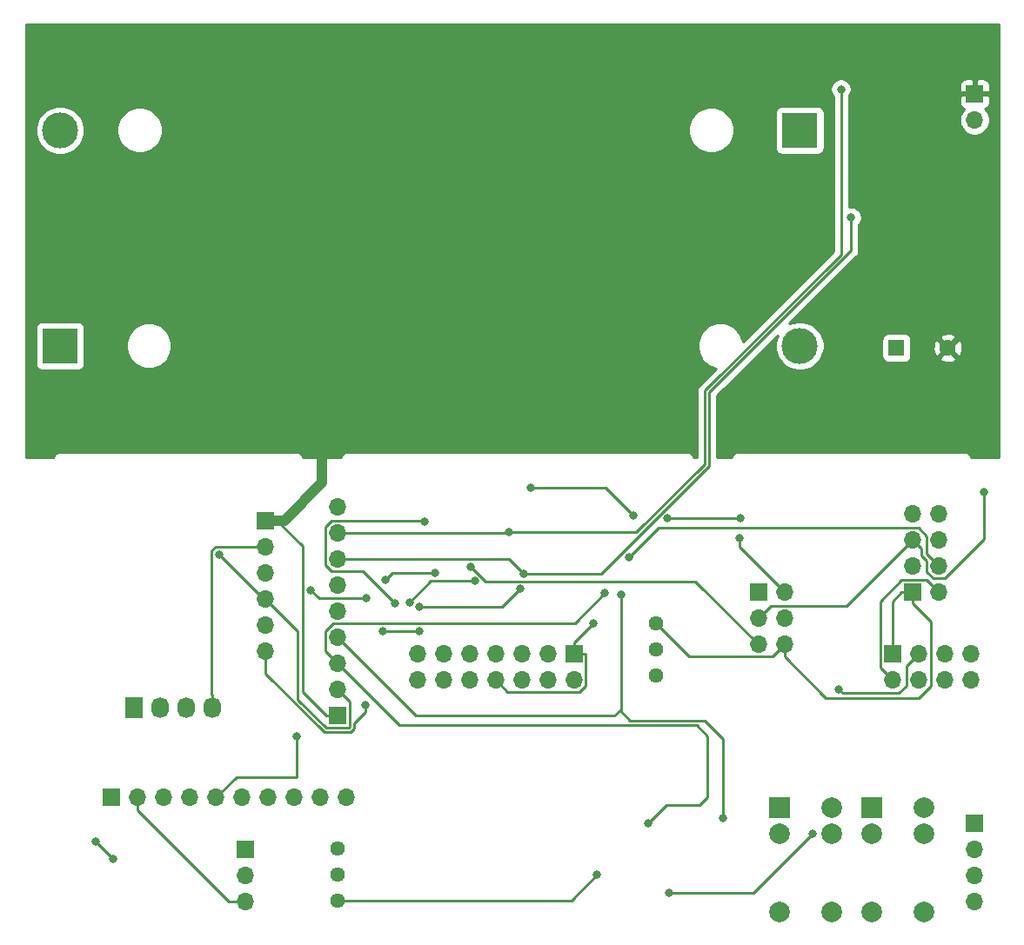
<source format=gbr>
G04 #@! TF.GenerationSoftware,KiCad,Pcbnew,5.1.5-1.fc30*
G04 #@! TF.CreationDate,2020-10-13T00:09:32+02:00*
G04 #@! TF.ProjectId,BeaconTemperature2,42656163-6f6e-4546-956d-706572617475,rev?*
G04 #@! TF.SameCoordinates,Original*
G04 #@! TF.FileFunction,Copper,L2,Bot*
G04 #@! TF.FilePolarity,Positive*
%FSLAX46Y46*%
G04 Gerber Fmt 4.6, Leading zero omitted, Abs format (unit mm)*
G04 Created by KiCad (PCBNEW 5.1.5-1.fc30) date 2020-10-13 00:09:32*
%MOMM*%
%LPD*%
G04 APERTURE LIST*
%ADD10O,1.700000X1.700000*%
%ADD11R,1.700000X1.700000*%
%ADD12C,1.440000*%
%ADD13R,3.500000X3.500000*%
%ADD14C,3.500000*%
%ADD15C,1.600000*%
%ADD16R,1.600000X1.600000*%
%ADD17C,2.000000*%
%ADD18R,2.000000X2.000000*%
%ADD19O,1.727200X2.032000*%
%ADD20R,1.727200X2.032000*%
%ADD21C,0.800000*%
%ADD22C,0.250000*%
%ADD23C,1.000000*%
%ADD24C,0.254000*%
G04 APERTURE END LIST*
D10*
X58860000Y-98000000D03*
X56320000Y-98000000D03*
X53780000Y-98000000D03*
X51240000Y-98000000D03*
X48700000Y-98000000D03*
X46160000Y-98000000D03*
X43620000Y-98000000D03*
X41080000Y-98000000D03*
X38540000Y-98000000D03*
D11*
X36000000Y-98000000D03*
D12*
X89000000Y-86080000D03*
X89000000Y-83540000D03*
X89000000Y-81000000D03*
D10*
X58000000Y-69680000D03*
X58000000Y-72220000D03*
X58000000Y-74760000D03*
X58000000Y-77300000D03*
X58000000Y-79840000D03*
X58000000Y-82380000D03*
X58000000Y-84920000D03*
X58000000Y-87460000D03*
D11*
X58000000Y-90000000D03*
D10*
X116540000Y-70380000D03*
X114000000Y-70380000D03*
X116540000Y-72920000D03*
X114000000Y-72920000D03*
X116540000Y-75460000D03*
X114000000Y-75460000D03*
X116540000Y-78000000D03*
D11*
X114000000Y-78000000D03*
D13*
X31000000Y-54000000D03*
D14*
X103000000Y-54000000D03*
D10*
X120000000Y-32000000D03*
D11*
X120000000Y-29460000D03*
D15*
X117400000Y-54200000D03*
D16*
X112400000Y-54200000D03*
D17*
X110000000Y-109160000D03*
X115080000Y-109160000D03*
X110000000Y-101540000D03*
D18*
X110000000Y-99000000D03*
D17*
X115080000Y-101540000D03*
X115080000Y-99000000D03*
X101000000Y-109160000D03*
X106080000Y-109160000D03*
X101000000Y-101540000D03*
D18*
X101000000Y-99000000D03*
D17*
X106080000Y-101540000D03*
X106080000Y-99000000D03*
D10*
X120000000Y-108080000D03*
X120000000Y-105540000D03*
X120000000Y-103000000D03*
D11*
X120000000Y-100460000D03*
D12*
X58000000Y-102920000D03*
X58000000Y-105460000D03*
X58000000Y-108000000D03*
D10*
X49000000Y-108080000D03*
X49000000Y-105540000D03*
D11*
X49000000Y-103000000D03*
D10*
X51000000Y-83700000D03*
X51000000Y-81160000D03*
X51000000Y-78620000D03*
X51000000Y-76080000D03*
X51000000Y-73540000D03*
D11*
X51000000Y-71000000D03*
D19*
X45810000Y-89250000D03*
X43270000Y-89250000D03*
X40730000Y-89250000D03*
D20*
X38190000Y-89250000D03*
D10*
X65760000Y-86540000D03*
X65760000Y-84000000D03*
X68300000Y-86540000D03*
X68300000Y-84000000D03*
X70840000Y-86540000D03*
X70840000Y-84000000D03*
X73380000Y-86540000D03*
X73380000Y-84000000D03*
X75920000Y-86540000D03*
X75920000Y-84000000D03*
X78460000Y-86540000D03*
X78460000Y-84000000D03*
X81000000Y-86540000D03*
D11*
X81000000Y-84000000D03*
D10*
X119620000Y-86540000D03*
X119620000Y-84000000D03*
X117080000Y-86540000D03*
X117080000Y-84000000D03*
X114540000Y-86540000D03*
X114540000Y-84000000D03*
X112000000Y-86540000D03*
D11*
X112000000Y-84000000D03*
D10*
X101540000Y-83080000D03*
X99000000Y-83080000D03*
X101540000Y-80540000D03*
X99000000Y-80540000D03*
X101540000Y-78000000D03*
D11*
X99000000Y-78000000D03*
D13*
X103000000Y-33000000D03*
D14*
X31000000Y-33000000D03*
D21*
X82900000Y-81000000D03*
X83250000Y-105500000D03*
X36200000Y-104000000D03*
X34500000Y-102300000D03*
X46500000Y-74300000D03*
X97100000Y-72700000D03*
X97200000Y-70800000D03*
X86800000Y-70500000D03*
X76800000Y-67800000D03*
X66000000Y-79400000D03*
X75800000Y-77650001D03*
X90105865Y-70805865D03*
X71000000Y-75500000D03*
X120900000Y-68200000D03*
X86400000Y-74600000D03*
X106800000Y-87440011D03*
X107000000Y-29000000D03*
X74678614Y-72160690D03*
X67500000Y-76125000D03*
X62700000Y-76800000D03*
X60800000Y-78600000D03*
X55400000Y-77800000D03*
X63600000Y-79100000D03*
X66500000Y-71100000D03*
X65000000Y-79000000D03*
X71374847Y-76900153D03*
X54000000Y-92000000D03*
X66000000Y-81800000D03*
X62400000Y-81800000D03*
X60750000Y-89000000D03*
X104250000Y-101500000D03*
X90250000Y-107250000D03*
X108000000Y-41500000D03*
X76100000Y-76200000D03*
X85600000Y-78200000D03*
X95500000Y-100000000D03*
X84000000Y-78100000D03*
X88250000Y-100500000D03*
D22*
X82175001Y-84075001D02*
X82100000Y-84000000D01*
X81564001Y-87715001D02*
X82175001Y-87104001D01*
X74555001Y-87715001D02*
X81564001Y-87715001D01*
X82175001Y-87104001D02*
X82175001Y-84075001D01*
X73380000Y-86540000D02*
X74555001Y-87715001D01*
X112900000Y-78000000D02*
X114000000Y-78000000D01*
X112000000Y-78900000D02*
X112900000Y-78000000D01*
X112000000Y-84000000D02*
X112000000Y-78900000D01*
X100364999Y-84255001D02*
X101540000Y-83080000D01*
X92255001Y-84255001D02*
X100364999Y-84255001D01*
X89000000Y-81000000D02*
X92255001Y-84255001D01*
X114000000Y-79100000D02*
X114000000Y-78000000D01*
X115715001Y-80815001D02*
X114000000Y-79100000D01*
X115715001Y-87104001D02*
X115715001Y-80815001D01*
X114528982Y-88290020D02*
X115715001Y-87104001D01*
X105547939Y-88290020D02*
X114528982Y-88290020D01*
X101540000Y-84282081D02*
X105547939Y-88290020D01*
X101540000Y-83080000D02*
X101540000Y-84282081D01*
X82100000Y-84000000D02*
X81000000Y-84000000D01*
X81000000Y-84000000D02*
X81000000Y-82900000D01*
X81000000Y-82900000D02*
X82900000Y-81000000D01*
D23*
X57920000Y-108080000D02*
X58000000Y-108000000D01*
D22*
X45810000Y-87984000D02*
X45810000Y-89250000D01*
X45774999Y-87948999D02*
X45810000Y-87984000D01*
X46186998Y-73540000D02*
X45774999Y-73951999D01*
X45774999Y-73951999D02*
X45774999Y-87948999D01*
X51000000Y-73540000D02*
X46186998Y-73540000D01*
X47417919Y-108080000D02*
X49000000Y-108080000D01*
X38540000Y-99202081D02*
X47417919Y-108080000D01*
X38540000Y-98000000D02*
X38540000Y-99202081D01*
X58000000Y-108000000D02*
X80750000Y-108000000D01*
X80750000Y-108000000D02*
X83250000Y-105500000D01*
X110824999Y-85364999D02*
X112000000Y-86540000D01*
X112889999Y-76824999D02*
X110824999Y-78889999D01*
X110824999Y-78889999D02*
X110824999Y-85364999D01*
X115364999Y-76824999D02*
X112889999Y-76824999D01*
X116540000Y-78000000D02*
X115364999Y-76824999D01*
X36200000Y-104000000D02*
X34500000Y-102300000D01*
X50820000Y-78620000D02*
X51000000Y-78620000D01*
X46500000Y-74300000D02*
X50820000Y-78620000D01*
X101540000Y-78000000D02*
X97100000Y-73560000D01*
X97100000Y-73560000D02*
X97100000Y-72700000D01*
X86800000Y-70500000D02*
X84100000Y-67800000D01*
X84100000Y-67800000D02*
X76800000Y-67800000D01*
X66000000Y-79400000D02*
X74050001Y-79400000D01*
X74050001Y-79400000D02*
X75800000Y-77650001D01*
X54149989Y-88434991D02*
X56889999Y-91175001D01*
X59175001Y-91110001D02*
X59175001Y-88635001D01*
X56889999Y-91175001D02*
X59110001Y-91175001D01*
X59110001Y-91175001D02*
X59175001Y-91110001D01*
X59175001Y-88635001D02*
X58000000Y-87460000D01*
X54149989Y-81769989D02*
X54149989Y-88434991D01*
X51000000Y-78620000D02*
X54149989Y-81769989D01*
X90111730Y-70800000D02*
X90105865Y-70805865D01*
X97200000Y-70800000D02*
X90111730Y-70800000D01*
X72425001Y-76925001D02*
X71000000Y-75500000D01*
X99000000Y-83080000D02*
X92845001Y-76925001D01*
X92845001Y-76925001D02*
X72425001Y-76925001D01*
X100175001Y-79364999D02*
X99000000Y-80540000D01*
X107555001Y-79364999D02*
X100175001Y-79364999D01*
X114000000Y-72920000D02*
X107555001Y-79364999D01*
X114849999Y-73769999D02*
X114000000Y-72920000D01*
X115364999Y-74921409D02*
X114849999Y-74406409D01*
X114849999Y-74406409D02*
X114849999Y-73769999D01*
X115364999Y-76024001D02*
X115364999Y-74921409D01*
X115975999Y-76635001D02*
X115364999Y-76024001D01*
X117104001Y-76635001D02*
X115975999Y-76635001D01*
X120900000Y-72839002D02*
X117104001Y-76635001D01*
X120900000Y-68200000D02*
X120900000Y-72839002D01*
X115364999Y-74284999D02*
X116540000Y-75460000D01*
X115364999Y-72545997D02*
X115364999Y-74284999D01*
X114564001Y-71744999D02*
X115364999Y-72545997D01*
X89255001Y-71744999D02*
X114564001Y-71744999D01*
X86400000Y-74600000D02*
X89255001Y-71744999D01*
X113364999Y-85175001D02*
X114540000Y-84000000D01*
X113364999Y-87104001D02*
X113364999Y-85175001D01*
X112628990Y-87840010D02*
X113364999Y-87104001D01*
X107199999Y-87840010D02*
X112628990Y-87840010D01*
X106800000Y-87440011D02*
X107199999Y-87840010D01*
X74619304Y-72220000D02*
X74678614Y-72160690D01*
X58000000Y-72220000D02*
X74619304Y-72220000D01*
X93750000Y-65500000D02*
X87089310Y-72160690D01*
X107000000Y-45104002D02*
X93750000Y-58354002D01*
X87089310Y-72160690D02*
X74678614Y-72160690D01*
X93750000Y-58354002D02*
X93750000Y-65500000D01*
X107000000Y-29000000D02*
X107000000Y-45104002D01*
X67500000Y-76125000D02*
X63375000Y-76125000D01*
X63375000Y-76125000D02*
X62700000Y-76800000D01*
X60800000Y-78600000D02*
X56200000Y-78600000D01*
X56200000Y-78600000D02*
X55400000Y-77800000D01*
X66444999Y-71044999D02*
X66500000Y-71100000D01*
X57435999Y-71044999D02*
X66444999Y-71044999D01*
X63600000Y-79100000D02*
X60435001Y-75935001D01*
X60435001Y-75935001D02*
X57435999Y-75935001D01*
X57435999Y-75935001D02*
X56824999Y-75324001D01*
X56824999Y-75324001D02*
X56824999Y-71655999D01*
X56824999Y-71655999D02*
X57435999Y-71044999D01*
X65000000Y-79000000D02*
X67099847Y-76900153D01*
X67099847Y-76900153D02*
X71374847Y-76900153D01*
X54600000Y-87700000D02*
X56900000Y-90000000D01*
X52100000Y-71000000D02*
X54600000Y-73500000D01*
X54600000Y-73500000D02*
X54600000Y-87700000D01*
X56900000Y-90000000D02*
X58000000Y-90000000D01*
X51000000Y-71000000D02*
X52100000Y-71000000D01*
D23*
X52850000Y-71000000D02*
X56500000Y-67350000D01*
X51000000Y-71000000D02*
X52850000Y-71000000D01*
X56500000Y-67350000D02*
X56500000Y-63000000D01*
D22*
X54000000Y-96000000D02*
X54000000Y-92000000D01*
X46160000Y-98000000D02*
X48160000Y-96000000D01*
X48160000Y-96000000D02*
X54000000Y-96000000D01*
X66000000Y-81800000D02*
X62400000Y-81800000D01*
X60750000Y-89621412D02*
X60750000Y-89000000D01*
X59625012Y-90746398D02*
X60750000Y-89621412D01*
X59625012Y-91296401D02*
X59625012Y-90746398D01*
X51000000Y-83700000D02*
X51000000Y-85921412D01*
X56703599Y-91625012D02*
X59296401Y-91625012D01*
X59296401Y-91625012D02*
X59625012Y-91296401D01*
X51000000Y-85921412D02*
X56703599Y-91625012D01*
X104250000Y-101500000D02*
X98500000Y-107250000D01*
X98500000Y-107250000D02*
X90250000Y-107250000D01*
X74660000Y-74760000D02*
X76100000Y-76200000D01*
X58000000Y-74760000D02*
X74660000Y-74760000D01*
X83686411Y-76200000D02*
X76100000Y-76200000D01*
X108000000Y-41500000D02*
X108000000Y-44740412D01*
X94200011Y-65686400D02*
X83686411Y-76200000D01*
X94200011Y-58540401D02*
X94200011Y-65686400D01*
X108000000Y-44740412D02*
X94200011Y-58540401D01*
X65645001Y-90025001D02*
X84949989Y-90025001D01*
X58000000Y-82380000D02*
X65645001Y-90025001D01*
X85600000Y-78200000D02*
X85600000Y-89374990D01*
X85500000Y-89500000D02*
X85600000Y-89374990D01*
X84949989Y-90025001D02*
X85500000Y-89500000D01*
X93750000Y-90500000D02*
X86500000Y-90500000D01*
X95500000Y-100000000D02*
X95500000Y-92250000D01*
X86500000Y-90500000D02*
X85500000Y-89500000D01*
X95500000Y-92250000D02*
X93750000Y-90500000D01*
X81084999Y-81015001D02*
X84000000Y-78100000D01*
X57625997Y-81015001D02*
X81084999Y-81015001D01*
X56824999Y-83744999D02*
X56824999Y-81815999D01*
X56824999Y-81815999D02*
X57625997Y-81015001D01*
X58000000Y-84920000D02*
X56824999Y-83744999D01*
X90000000Y-98750000D02*
X93250000Y-98750000D01*
X64030010Y-90950010D02*
X58000000Y-84920000D01*
X92950010Y-90950010D02*
X64030010Y-90950010D01*
X88250000Y-100500000D02*
X90000000Y-98750000D01*
X93250000Y-98750000D02*
X94000000Y-98000000D01*
X94000000Y-98000000D02*
X94000000Y-92000000D01*
X94000000Y-92000000D02*
X92950010Y-90950010D01*
D24*
G36*
X122340001Y-64873000D02*
G01*
X119650685Y-64873000D01*
X119650450Y-64870617D01*
X119612710Y-64746207D01*
X119551425Y-64631550D01*
X119468948Y-64531052D01*
X119368450Y-64448575D01*
X119253793Y-64387290D01*
X119129383Y-64349550D01*
X119032419Y-64340000D01*
X119000000Y-64336807D01*
X118967581Y-64340000D01*
X97032419Y-64340000D01*
X97000000Y-64336807D01*
X96967581Y-64340000D01*
X96870617Y-64349550D01*
X96746207Y-64387290D01*
X96631550Y-64448575D01*
X96531052Y-64531052D01*
X96448575Y-64631550D01*
X96387290Y-64746207D01*
X96349550Y-64870617D01*
X96349315Y-64873000D01*
X94960011Y-64873000D01*
X94960011Y-58855202D01*
X100845078Y-52970135D01*
X100706654Y-53304321D01*
X100615000Y-53765098D01*
X100615000Y-54234902D01*
X100706654Y-54695679D01*
X100886440Y-55129721D01*
X101147450Y-55520349D01*
X101479651Y-55852550D01*
X101870279Y-56113560D01*
X102304321Y-56293346D01*
X102765098Y-56385000D01*
X103234902Y-56385000D01*
X103695679Y-56293346D01*
X104129721Y-56113560D01*
X104520349Y-55852550D01*
X104852550Y-55520349D01*
X105113560Y-55129721D01*
X105293346Y-54695679D01*
X105385000Y-54234902D01*
X105385000Y-53765098D01*
X105312378Y-53400000D01*
X110961928Y-53400000D01*
X110961928Y-55000000D01*
X110974188Y-55124482D01*
X111010498Y-55244180D01*
X111069463Y-55354494D01*
X111148815Y-55451185D01*
X111245506Y-55530537D01*
X111355820Y-55589502D01*
X111475518Y-55625812D01*
X111600000Y-55638072D01*
X113200000Y-55638072D01*
X113324482Y-55625812D01*
X113444180Y-55589502D01*
X113554494Y-55530537D01*
X113651185Y-55451185D01*
X113730537Y-55354494D01*
X113789502Y-55244180D01*
X113805117Y-55192702D01*
X116586903Y-55192702D01*
X116658486Y-55436671D01*
X116913996Y-55557571D01*
X117188184Y-55626300D01*
X117470512Y-55640217D01*
X117750130Y-55598787D01*
X118016292Y-55503603D01*
X118141514Y-55436671D01*
X118213097Y-55192702D01*
X117400000Y-54379605D01*
X116586903Y-55192702D01*
X113805117Y-55192702D01*
X113825812Y-55124482D01*
X113838072Y-55000000D01*
X113838072Y-54270512D01*
X115959783Y-54270512D01*
X116001213Y-54550130D01*
X116096397Y-54816292D01*
X116163329Y-54941514D01*
X116407298Y-55013097D01*
X117220395Y-54200000D01*
X117579605Y-54200000D01*
X118392702Y-55013097D01*
X118636671Y-54941514D01*
X118757571Y-54686004D01*
X118826300Y-54411816D01*
X118840217Y-54129488D01*
X118798787Y-53849870D01*
X118703603Y-53583708D01*
X118636671Y-53458486D01*
X118392702Y-53386903D01*
X117579605Y-54200000D01*
X117220395Y-54200000D01*
X116407298Y-53386903D01*
X116163329Y-53458486D01*
X116042429Y-53713996D01*
X115973700Y-53988184D01*
X115959783Y-54270512D01*
X113838072Y-54270512D01*
X113838072Y-53400000D01*
X113825812Y-53275518D01*
X113805118Y-53207298D01*
X116586903Y-53207298D01*
X117400000Y-54020395D01*
X118213097Y-53207298D01*
X118141514Y-52963329D01*
X117886004Y-52842429D01*
X117611816Y-52773700D01*
X117329488Y-52759783D01*
X117049870Y-52801213D01*
X116783708Y-52896397D01*
X116658486Y-52963329D01*
X116586903Y-53207298D01*
X113805118Y-53207298D01*
X113789502Y-53155820D01*
X113730537Y-53045506D01*
X113651185Y-52948815D01*
X113554494Y-52869463D01*
X113444180Y-52810498D01*
X113324482Y-52774188D01*
X113200000Y-52761928D01*
X111600000Y-52761928D01*
X111475518Y-52774188D01*
X111355820Y-52810498D01*
X111245506Y-52869463D01*
X111148815Y-52948815D01*
X111069463Y-53045506D01*
X111010498Y-53155820D01*
X110974188Y-53275518D01*
X110961928Y-53400000D01*
X105312378Y-53400000D01*
X105293346Y-53304321D01*
X105113560Y-52870279D01*
X104852550Y-52479651D01*
X104520349Y-52147450D01*
X104129721Y-51886440D01*
X103695679Y-51706654D01*
X103234902Y-51615000D01*
X102765098Y-51615000D01*
X102304321Y-51706654D01*
X101970135Y-51845078D01*
X108511003Y-45304211D01*
X108540001Y-45280413D01*
X108634974Y-45164688D01*
X108705546Y-45032659D01*
X108749003Y-44889398D01*
X108760000Y-44777745D01*
X108763677Y-44740412D01*
X108760000Y-44703079D01*
X108760000Y-42203711D01*
X108803937Y-42159774D01*
X108917205Y-41990256D01*
X108995226Y-41801898D01*
X109035000Y-41601939D01*
X109035000Y-41398061D01*
X108995226Y-41198102D01*
X108917205Y-41009744D01*
X108803937Y-40840226D01*
X108659774Y-40696063D01*
X108490256Y-40582795D01*
X108301898Y-40504774D01*
X108101939Y-40465000D01*
X107898061Y-40465000D01*
X107760000Y-40492462D01*
X107760000Y-30310000D01*
X118511928Y-30310000D01*
X118524188Y-30434482D01*
X118560498Y-30554180D01*
X118619463Y-30664494D01*
X118698815Y-30761185D01*
X118795506Y-30840537D01*
X118905820Y-30899502D01*
X118978380Y-30921513D01*
X118846525Y-31053368D01*
X118684010Y-31296589D01*
X118572068Y-31566842D01*
X118515000Y-31853740D01*
X118515000Y-32146260D01*
X118572068Y-32433158D01*
X118684010Y-32703411D01*
X118846525Y-32946632D01*
X119053368Y-33153475D01*
X119296589Y-33315990D01*
X119566842Y-33427932D01*
X119853740Y-33485000D01*
X120146260Y-33485000D01*
X120433158Y-33427932D01*
X120703411Y-33315990D01*
X120946632Y-33153475D01*
X121153475Y-32946632D01*
X121315990Y-32703411D01*
X121427932Y-32433158D01*
X121485000Y-32146260D01*
X121485000Y-31853740D01*
X121427932Y-31566842D01*
X121315990Y-31296589D01*
X121153475Y-31053368D01*
X121021620Y-30921513D01*
X121094180Y-30899502D01*
X121204494Y-30840537D01*
X121301185Y-30761185D01*
X121380537Y-30664494D01*
X121439502Y-30554180D01*
X121475812Y-30434482D01*
X121488072Y-30310000D01*
X121485000Y-29745750D01*
X121326250Y-29587000D01*
X120127000Y-29587000D01*
X120127000Y-29607000D01*
X119873000Y-29607000D01*
X119873000Y-29587000D01*
X118673750Y-29587000D01*
X118515000Y-29745750D01*
X118511928Y-30310000D01*
X107760000Y-30310000D01*
X107760000Y-29703711D01*
X107803937Y-29659774D01*
X107917205Y-29490256D01*
X107995226Y-29301898D01*
X108035000Y-29101939D01*
X108035000Y-28898061D01*
X107995226Y-28698102D01*
X107958733Y-28610000D01*
X118511928Y-28610000D01*
X118515000Y-29174250D01*
X118673750Y-29333000D01*
X119873000Y-29333000D01*
X119873000Y-28133750D01*
X120127000Y-28133750D01*
X120127000Y-29333000D01*
X121326250Y-29333000D01*
X121485000Y-29174250D01*
X121488072Y-28610000D01*
X121475812Y-28485518D01*
X121439502Y-28365820D01*
X121380537Y-28255506D01*
X121301185Y-28158815D01*
X121204494Y-28079463D01*
X121094180Y-28020498D01*
X120974482Y-27984188D01*
X120850000Y-27971928D01*
X120285750Y-27975000D01*
X120127000Y-28133750D01*
X119873000Y-28133750D01*
X119714250Y-27975000D01*
X119150000Y-27971928D01*
X119025518Y-27984188D01*
X118905820Y-28020498D01*
X118795506Y-28079463D01*
X118698815Y-28158815D01*
X118619463Y-28255506D01*
X118560498Y-28365820D01*
X118524188Y-28485518D01*
X118511928Y-28610000D01*
X107958733Y-28610000D01*
X107917205Y-28509744D01*
X107803937Y-28340226D01*
X107659774Y-28196063D01*
X107490256Y-28082795D01*
X107301898Y-28004774D01*
X107101939Y-27965000D01*
X106898061Y-27965000D01*
X106698102Y-28004774D01*
X106509744Y-28082795D01*
X106340226Y-28196063D01*
X106196063Y-28340226D01*
X106082795Y-28509744D01*
X106004774Y-28698102D01*
X105965000Y-28898061D01*
X105965000Y-29101939D01*
X106004774Y-29301898D01*
X106082795Y-29490256D01*
X106196063Y-29659774D01*
X106240000Y-29703711D01*
X106240001Y-44789199D01*
X97450070Y-53579131D01*
X97404110Y-53348075D01*
X97235631Y-52941331D01*
X96991038Y-52575271D01*
X96679729Y-52263962D01*
X96313669Y-52019369D01*
X95906925Y-51850890D01*
X95475128Y-51765000D01*
X95034872Y-51765000D01*
X94603075Y-51850890D01*
X94196331Y-52019369D01*
X93830271Y-52263962D01*
X93518962Y-52575271D01*
X93274369Y-52941331D01*
X93105890Y-53348075D01*
X93020000Y-53779872D01*
X93020000Y-54220128D01*
X93105890Y-54651925D01*
X93274369Y-55058669D01*
X93518962Y-55424729D01*
X93830271Y-55736038D01*
X94196331Y-55980631D01*
X94603075Y-56149110D01*
X94834131Y-56195070D01*
X93239003Y-57790198D01*
X93209999Y-57814001D01*
X93154871Y-57881176D01*
X93115026Y-57929726D01*
X93077250Y-58000400D01*
X93044454Y-58061756D01*
X93000997Y-58205017D01*
X92990000Y-58316670D01*
X92990000Y-58316680D01*
X92986324Y-58354002D01*
X92990000Y-58391325D01*
X92990001Y-64873000D01*
X92650685Y-64873000D01*
X92650450Y-64870617D01*
X92612710Y-64746207D01*
X92551425Y-64631550D01*
X92468948Y-64531052D01*
X92368450Y-64448575D01*
X92253793Y-64387290D01*
X92129383Y-64349550D01*
X92032419Y-64340000D01*
X92000000Y-64336807D01*
X91967581Y-64340000D01*
X59032419Y-64340000D01*
X59000000Y-64336807D01*
X58967581Y-64340000D01*
X58870617Y-64349550D01*
X58746207Y-64387290D01*
X58631550Y-64448575D01*
X58531052Y-64531052D01*
X58448575Y-64631550D01*
X58387290Y-64746207D01*
X58349550Y-64870617D01*
X58349315Y-64873000D01*
X54650685Y-64873000D01*
X54650450Y-64870617D01*
X54612710Y-64746207D01*
X54551425Y-64631550D01*
X54468948Y-64531052D01*
X54368450Y-64448575D01*
X54253793Y-64387290D01*
X54129383Y-64349550D01*
X54032419Y-64340000D01*
X54000000Y-64336807D01*
X53967581Y-64340000D01*
X31032419Y-64340000D01*
X31000000Y-64336807D01*
X30967581Y-64340000D01*
X30870617Y-64349550D01*
X30746207Y-64387290D01*
X30631550Y-64448575D01*
X30531052Y-64531052D01*
X30448575Y-64631550D01*
X30387290Y-64746207D01*
X30349550Y-64870617D01*
X30349315Y-64873000D01*
X27660000Y-64873000D01*
X27660000Y-52250000D01*
X28611928Y-52250000D01*
X28611928Y-55750000D01*
X28624188Y-55874482D01*
X28660498Y-55994180D01*
X28719463Y-56104494D01*
X28798815Y-56201185D01*
X28895506Y-56280537D01*
X29005820Y-56339502D01*
X29125518Y-56375812D01*
X29250000Y-56388072D01*
X32750000Y-56388072D01*
X32874482Y-56375812D01*
X32994180Y-56339502D01*
X33104494Y-56280537D01*
X33201185Y-56201185D01*
X33280537Y-56104494D01*
X33339502Y-55994180D01*
X33375812Y-55874482D01*
X33388072Y-55750000D01*
X33388072Y-53779872D01*
X37410000Y-53779872D01*
X37410000Y-54220128D01*
X37495890Y-54651925D01*
X37664369Y-55058669D01*
X37908962Y-55424729D01*
X38220271Y-55736038D01*
X38586331Y-55980631D01*
X38993075Y-56149110D01*
X39424872Y-56235000D01*
X39865128Y-56235000D01*
X40296925Y-56149110D01*
X40703669Y-55980631D01*
X41069729Y-55736038D01*
X41381038Y-55424729D01*
X41625631Y-55058669D01*
X41794110Y-54651925D01*
X41880000Y-54220128D01*
X41880000Y-53779872D01*
X41794110Y-53348075D01*
X41625631Y-52941331D01*
X41381038Y-52575271D01*
X41069729Y-52263962D01*
X40703669Y-52019369D01*
X40296925Y-51850890D01*
X39865128Y-51765000D01*
X39424872Y-51765000D01*
X38993075Y-51850890D01*
X38586331Y-52019369D01*
X38220271Y-52263962D01*
X37908962Y-52575271D01*
X37664369Y-52941331D01*
X37495890Y-53348075D01*
X37410000Y-53779872D01*
X33388072Y-53779872D01*
X33388072Y-52250000D01*
X33375812Y-52125518D01*
X33339502Y-52005820D01*
X33280537Y-51895506D01*
X33201185Y-51798815D01*
X33104494Y-51719463D01*
X32994180Y-51660498D01*
X32874482Y-51624188D01*
X32750000Y-51611928D01*
X29250000Y-51611928D01*
X29125518Y-51624188D01*
X29005820Y-51660498D01*
X28895506Y-51719463D01*
X28798815Y-51798815D01*
X28719463Y-51895506D01*
X28660498Y-52005820D01*
X28624188Y-52125518D01*
X28611928Y-52250000D01*
X27660000Y-52250000D01*
X27660000Y-32765098D01*
X28615000Y-32765098D01*
X28615000Y-33234902D01*
X28706654Y-33695679D01*
X28886440Y-34129721D01*
X29147450Y-34520349D01*
X29479651Y-34852550D01*
X29870279Y-35113560D01*
X30304321Y-35293346D01*
X30765098Y-35385000D01*
X31234902Y-35385000D01*
X31695679Y-35293346D01*
X32129721Y-35113560D01*
X32520349Y-34852550D01*
X32852550Y-34520349D01*
X33113560Y-34129721D01*
X33293346Y-33695679D01*
X33385000Y-33234902D01*
X33385000Y-32779872D01*
X36510000Y-32779872D01*
X36510000Y-33220128D01*
X36595890Y-33651925D01*
X36764369Y-34058669D01*
X37008962Y-34424729D01*
X37320271Y-34736038D01*
X37686331Y-34980631D01*
X38093075Y-35149110D01*
X38524872Y-35235000D01*
X38965128Y-35235000D01*
X39396925Y-35149110D01*
X39803669Y-34980631D01*
X40169729Y-34736038D01*
X40481038Y-34424729D01*
X40725631Y-34058669D01*
X40894110Y-33651925D01*
X40980000Y-33220128D01*
X40980000Y-32779872D01*
X92120000Y-32779872D01*
X92120000Y-33220128D01*
X92205890Y-33651925D01*
X92374369Y-34058669D01*
X92618962Y-34424729D01*
X92930271Y-34736038D01*
X93296331Y-34980631D01*
X93703075Y-35149110D01*
X94134872Y-35235000D01*
X94575128Y-35235000D01*
X95006925Y-35149110D01*
X95413669Y-34980631D01*
X95779729Y-34736038D01*
X96091038Y-34424729D01*
X96335631Y-34058669D01*
X96504110Y-33651925D01*
X96590000Y-33220128D01*
X96590000Y-32779872D01*
X96504110Y-32348075D01*
X96335631Y-31941331D01*
X96091038Y-31575271D01*
X95779729Y-31263962D01*
X95758834Y-31250000D01*
X100611928Y-31250000D01*
X100611928Y-34750000D01*
X100624188Y-34874482D01*
X100660498Y-34994180D01*
X100719463Y-35104494D01*
X100798815Y-35201185D01*
X100895506Y-35280537D01*
X101005820Y-35339502D01*
X101125518Y-35375812D01*
X101250000Y-35388072D01*
X104750000Y-35388072D01*
X104874482Y-35375812D01*
X104994180Y-35339502D01*
X105104494Y-35280537D01*
X105201185Y-35201185D01*
X105280537Y-35104494D01*
X105339502Y-34994180D01*
X105375812Y-34874482D01*
X105388072Y-34750000D01*
X105388072Y-31250000D01*
X105375812Y-31125518D01*
X105339502Y-31005820D01*
X105280537Y-30895506D01*
X105201185Y-30798815D01*
X105104494Y-30719463D01*
X104994180Y-30660498D01*
X104874482Y-30624188D01*
X104750000Y-30611928D01*
X101250000Y-30611928D01*
X101125518Y-30624188D01*
X101005820Y-30660498D01*
X100895506Y-30719463D01*
X100798815Y-30798815D01*
X100719463Y-30895506D01*
X100660498Y-31005820D01*
X100624188Y-31125518D01*
X100611928Y-31250000D01*
X95758834Y-31250000D01*
X95413669Y-31019369D01*
X95006925Y-30850890D01*
X94575128Y-30765000D01*
X94134872Y-30765000D01*
X93703075Y-30850890D01*
X93296331Y-31019369D01*
X92930271Y-31263962D01*
X92618962Y-31575271D01*
X92374369Y-31941331D01*
X92205890Y-32348075D01*
X92120000Y-32779872D01*
X40980000Y-32779872D01*
X40894110Y-32348075D01*
X40725631Y-31941331D01*
X40481038Y-31575271D01*
X40169729Y-31263962D01*
X39803669Y-31019369D01*
X39396925Y-30850890D01*
X38965128Y-30765000D01*
X38524872Y-30765000D01*
X38093075Y-30850890D01*
X37686331Y-31019369D01*
X37320271Y-31263962D01*
X37008962Y-31575271D01*
X36764369Y-31941331D01*
X36595890Y-32348075D01*
X36510000Y-32779872D01*
X33385000Y-32779872D01*
X33385000Y-32765098D01*
X33293346Y-32304321D01*
X33113560Y-31870279D01*
X32852550Y-31479651D01*
X32520349Y-31147450D01*
X32129721Y-30886440D01*
X31695679Y-30706654D01*
X31234902Y-30615000D01*
X30765098Y-30615000D01*
X30304321Y-30706654D01*
X29870279Y-30886440D01*
X29479651Y-31147450D01*
X29147450Y-31479651D01*
X28886440Y-31870279D01*
X28706654Y-32304321D01*
X28615000Y-32765098D01*
X27660000Y-32765098D01*
X27660000Y-22660000D01*
X122340000Y-22660000D01*
X122340001Y-64873000D01*
G37*
X122340001Y-64873000D02*
X119650685Y-64873000D01*
X119650450Y-64870617D01*
X119612710Y-64746207D01*
X119551425Y-64631550D01*
X119468948Y-64531052D01*
X119368450Y-64448575D01*
X119253793Y-64387290D01*
X119129383Y-64349550D01*
X119032419Y-64340000D01*
X119000000Y-64336807D01*
X118967581Y-64340000D01*
X97032419Y-64340000D01*
X97000000Y-64336807D01*
X96967581Y-64340000D01*
X96870617Y-64349550D01*
X96746207Y-64387290D01*
X96631550Y-64448575D01*
X96531052Y-64531052D01*
X96448575Y-64631550D01*
X96387290Y-64746207D01*
X96349550Y-64870617D01*
X96349315Y-64873000D01*
X94960011Y-64873000D01*
X94960011Y-58855202D01*
X100845078Y-52970135D01*
X100706654Y-53304321D01*
X100615000Y-53765098D01*
X100615000Y-54234902D01*
X100706654Y-54695679D01*
X100886440Y-55129721D01*
X101147450Y-55520349D01*
X101479651Y-55852550D01*
X101870279Y-56113560D01*
X102304321Y-56293346D01*
X102765098Y-56385000D01*
X103234902Y-56385000D01*
X103695679Y-56293346D01*
X104129721Y-56113560D01*
X104520349Y-55852550D01*
X104852550Y-55520349D01*
X105113560Y-55129721D01*
X105293346Y-54695679D01*
X105385000Y-54234902D01*
X105385000Y-53765098D01*
X105312378Y-53400000D01*
X110961928Y-53400000D01*
X110961928Y-55000000D01*
X110974188Y-55124482D01*
X111010498Y-55244180D01*
X111069463Y-55354494D01*
X111148815Y-55451185D01*
X111245506Y-55530537D01*
X111355820Y-55589502D01*
X111475518Y-55625812D01*
X111600000Y-55638072D01*
X113200000Y-55638072D01*
X113324482Y-55625812D01*
X113444180Y-55589502D01*
X113554494Y-55530537D01*
X113651185Y-55451185D01*
X113730537Y-55354494D01*
X113789502Y-55244180D01*
X113805117Y-55192702D01*
X116586903Y-55192702D01*
X116658486Y-55436671D01*
X116913996Y-55557571D01*
X117188184Y-55626300D01*
X117470512Y-55640217D01*
X117750130Y-55598787D01*
X118016292Y-55503603D01*
X118141514Y-55436671D01*
X118213097Y-55192702D01*
X117400000Y-54379605D01*
X116586903Y-55192702D01*
X113805117Y-55192702D01*
X113825812Y-55124482D01*
X113838072Y-55000000D01*
X113838072Y-54270512D01*
X115959783Y-54270512D01*
X116001213Y-54550130D01*
X116096397Y-54816292D01*
X116163329Y-54941514D01*
X116407298Y-55013097D01*
X117220395Y-54200000D01*
X117579605Y-54200000D01*
X118392702Y-55013097D01*
X118636671Y-54941514D01*
X118757571Y-54686004D01*
X118826300Y-54411816D01*
X118840217Y-54129488D01*
X118798787Y-53849870D01*
X118703603Y-53583708D01*
X118636671Y-53458486D01*
X118392702Y-53386903D01*
X117579605Y-54200000D01*
X117220395Y-54200000D01*
X116407298Y-53386903D01*
X116163329Y-53458486D01*
X116042429Y-53713996D01*
X115973700Y-53988184D01*
X115959783Y-54270512D01*
X113838072Y-54270512D01*
X113838072Y-53400000D01*
X113825812Y-53275518D01*
X113805118Y-53207298D01*
X116586903Y-53207298D01*
X117400000Y-54020395D01*
X118213097Y-53207298D01*
X118141514Y-52963329D01*
X117886004Y-52842429D01*
X117611816Y-52773700D01*
X117329488Y-52759783D01*
X117049870Y-52801213D01*
X116783708Y-52896397D01*
X116658486Y-52963329D01*
X116586903Y-53207298D01*
X113805118Y-53207298D01*
X113789502Y-53155820D01*
X113730537Y-53045506D01*
X113651185Y-52948815D01*
X113554494Y-52869463D01*
X113444180Y-52810498D01*
X113324482Y-52774188D01*
X113200000Y-52761928D01*
X111600000Y-52761928D01*
X111475518Y-52774188D01*
X111355820Y-52810498D01*
X111245506Y-52869463D01*
X111148815Y-52948815D01*
X111069463Y-53045506D01*
X111010498Y-53155820D01*
X110974188Y-53275518D01*
X110961928Y-53400000D01*
X105312378Y-53400000D01*
X105293346Y-53304321D01*
X105113560Y-52870279D01*
X104852550Y-52479651D01*
X104520349Y-52147450D01*
X104129721Y-51886440D01*
X103695679Y-51706654D01*
X103234902Y-51615000D01*
X102765098Y-51615000D01*
X102304321Y-51706654D01*
X101970135Y-51845078D01*
X108511003Y-45304211D01*
X108540001Y-45280413D01*
X108634974Y-45164688D01*
X108705546Y-45032659D01*
X108749003Y-44889398D01*
X108760000Y-44777745D01*
X108763677Y-44740412D01*
X108760000Y-44703079D01*
X108760000Y-42203711D01*
X108803937Y-42159774D01*
X108917205Y-41990256D01*
X108995226Y-41801898D01*
X109035000Y-41601939D01*
X109035000Y-41398061D01*
X108995226Y-41198102D01*
X108917205Y-41009744D01*
X108803937Y-40840226D01*
X108659774Y-40696063D01*
X108490256Y-40582795D01*
X108301898Y-40504774D01*
X108101939Y-40465000D01*
X107898061Y-40465000D01*
X107760000Y-40492462D01*
X107760000Y-30310000D01*
X118511928Y-30310000D01*
X118524188Y-30434482D01*
X118560498Y-30554180D01*
X118619463Y-30664494D01*
X118698815Y-30761185D01*
X118795506Y-30840537D01*
X118905820Y-30899502D01*
X118978380Y-30921513D01*
X118846525Y-31053368D01*
X118684010Y-31296589D01*
X118572068Y-31566842D01*
X118515000Y-31853740D01*
X118515000Y-32146260D01*
X118572068Y-32433158D01*
X118684010Y-32703411D01*
X118846525Y-32946632D01*
X119053368Y-33153475D01*
X119296589Y-33315990D01*
X119566842Y-33427932D01*
X119853740Y-33485000D01*
X120146260Y-33485000D01*
X120433158Y-33427932D01*
X120703411Y-33315990D01*
X120946632Y-33153475D01*
X121153475Y-32946632D01*
X121315990Y-32703411D01*
X121427932Y-32433158D01*
X121485000Y-32146260D01*
X121485000Y-31853740D01*
X121427932Y-31566842D01*
X121315990Y-31296589D01*
X121153475Y-31053368D01*
X121021620Y-30921513D01*
X121094180Y-30899502D01*
X121204494Y-30840537D01*
X121301185Y-30761185D01*
X121380537Y-30664494D01*
X121439502Y-30554180D01*
X121475812Y-30434482D01*
X121488072Y-30310000D01*
X121485000Y-29745750D01*
X121326250Y-29587000D01*
X120127000Y-29587000D01*
X120127000Y-29607000D01*
X119873000Y-29607000D01*
X119873000Y-29587000D01*
X118673750Y-29587000D01*
X118515000Y-29745750D01*
X118511928Y-30310000D01*
X107760000Y-30310000D01*
X107760000Y-29703711D01*
X107803937Y-29659774D01*
X107917205Y-29490256D01*
X107995226Y-29301898D01*
X108035000Y-29101939D01*
X108035000Y-28898061D01*
X107995226Y-28698102D01*
X107958733Y-28610000D01*
X118511928Y-28610000D01*
X118515000Y-29174250D01*
X118673750Y-29333000D01*
X119873000Y-29333000D01*
X119873000Y-28133750D01*
X120127000Y-28133750D01*
X120127000Y-29333000D01*
X121326250Y-29333000D01*
X121485000Y-29174250D01*
X121488072Y-28610000D01*
X121475812Y-28485518D01*
X121439502Y-28365820D01*
X121380537Y-28255506D01*
X121301185Y-28158815D01*
X121204494Y-28079463D01*
X121094180Y-28020498D01*
X120974482Y-27984188D01*
X120850000Y-27971928D01*
X120285750Y-27975000D01*
X120127000Y-28133750D01*
X119873000Y-28133750D01*
X119714250Y-27975000D01*
X119150000Y-27971928D01*
X119025518Y-27984188D01*
X118905820Y-28020498D01*
X118795506Y-28079463D01*
X118698815Y-28158815D01*
X118619463Y-28255506D01*
X118560498Y-28365820D01*
X118524188Y-28485518D01*
X118511928Y-28610000D01*
X107958733Y-28610000D01*
X107917205Y-28509744D01*
X107803937Y-28340226D01*
X107659774Y-28196063D01*
X107490256Y-28082795D01*
X107301898Y-28004774D01*
X107101939Y-27965000D01*
X106898061Y-27965000D01*
X106698102Y-28004774D01*
X106509744Y-28082795D01*
X106340226Y-28196063D01*
X106196063Y-28340226D01*
X106082795Y-28509744D01*
X106004774Y-28698102D01*
X105965000Y-28898061D01*
X105965000Y-29101939D01*
X106004774Y-29301898D01*
X106082795Y-29490256D01*
X106196063Y-29659774D01*
X106240000Y-29703711D01*
X106240001Y-44789199D01*
X97450070Y-53579131D01*
X97404110Y-53348075D01*
X97235631Y-52941331D01*
X96991038Y-52575271D01*
X96679729Y-52263962D01*
X96313669Y-52019369D01*
X95906925Y-51850890D01*
X95475128Y-51765000D01*
X95034872Y-51765000D01*
X94603075Y-51850890D01*
X94196331Y-52019369D01*
X93830271Y-52263962D01*
X93518962Y-52575271D01*
X93274369Y-52941331D01*
X93105890Y-53348075D01*
X93020000Y-53779872D01*
X93020000Y-54220128D01*
X93105890Y-54651925D01*
X93274369Y-55058669D01*
X93518962Y-55424729D01*
X93830271Y-55736038D01*
X94196331Y-55980631D01*
X94603075Y-56149110D01*
X94834131Y-56195070D01*
X93239003Y-57790198D01*
X93209999Y-57814001D01*
X93154871Y-57881176D01*
X93115026Y-57929726D01*
X93077250Y-58000400D01*
X93044454Y-58061756D01*
X93000997Y-58205017D01*
X92990000Y-58316670D01*
X92990000Y-58316680D01*
X92986324Y-58354002D01*
X92990000Y-58391325D01*
X92990001Y-64873000D01*
X92650685Y-64873000D01*
X92650450Y-64870617D01*
X92612710Y-64746207D01*
X92551425Y-64631550D01*
X92468948Y-64531052D01*
X92368450Y-64448575D01*
X92253793Y-64387290D01*
X92129383Y-64349550D01*
X92032419Y-64340000D01*
X92000000Y-64336807D01*
X91967581Y-64340000D01*
X59032419Y-64340000D01*
X59000000Y-64336807D01*
X58967581Y-64340000D01*
X58870617Y-64349550D01*
X58746207Y-64387290D01*
X58631550Y-64448575D01*
X58531052Y-64531052D01*
X58448575Y-64631550D01*
X58387290Y-64746207D01*
X58349550Y-64870617D01*
X58349315Y-64873000D01*
X54650685Y-64873000D01*
X54650450Y-64870617D01*
X54612710Y-64746207D01*
X54551425Y-64631550D01*
X54468948Y-64531052D01*
X54368450Y-64448575D01*
X54253793Y-64387290D01*
X54129383Y-64349550D01*
X54032419Y-64340000D01*
X54000000Y-64336807D01*
X53967581Y-64340000D01*
X31032419Y-64340000D01*
X31000000Y-64336807D01*
X30967581Y-64340000D01*
X30870617Y-64349550D01*
X30746207Y-64387290D01*
X30631550Y-64448575D01*
X30531052Y-64531052D01*
X30448575Y-64631550D01*
X30387290Y-64746207D01*
X30349550Y-64870617D01*
X30349315Y-64873000D01*
X27660000Y-64873000D01*
X27660000Y-52250000D01*
X28611928Y-52250000D01*
X28611928Y-55750000D01*
X28624188Y-55874482D01*
X28660498Y-55994180D01*
X28719463Y-56104494D01*
X28798815Y-56201185D01*
X28895506Y-56280537D01*
X29005820Y-56339502D01*
X29125518Y-56375812D01*
X29250000Y-56388072D01*
X32750000Y-56388072D01*
X32874482Y-56375812D01*
X32994180Y-56339502D01*
X33104494Y-56280537D01*
X33201185Y-56201185D01*
X33280537Y-56104494D01*
X33339502Y-55994180D01*
X33375812Y-55874482D01*
X33388072Y-55750000D01*
X33388072Y-53779872D01*
X37410000Y-53779872D01*
X37410000Y-54220128D01*
X37495890Y-54651925D01*
X37664369Y-55058669D01*
X37908962Y-55424729D01*
X38220271Y-55736038D01*
X38586331Y-55980631D01*
X38993075Y-56149110D01*
X39424872Y-56235000D01*
X39865128Y-56235000D01*
X40296925Y-56149110D01*
X40703669Y-55980631D01*
X41069729Y-55736038D01*
X41381038Y-55424729D01*
X41625631Y-55058669D01*
X41794110Y-54651925D01*
X41880000Y-54220128D01*
X41880000Y-53779872D01*
X41794110Y-53348075D01*
X41625631Y-52941331D01*
X41381038Y-52575271D01*
X41069729Y-52263962D01*
X40703669Y-52019369D01*
X40296925Y-51850890D01*
X39865128Y-51765000D01*
X39424872Y-51765000D01*
X38993075Y-51850890D01*
X38586331Y-52019369D01*
X38220271Y-52263962D01*
X37908962Y-52575271D01*
X37664369Y-52941331D01*
X37495890Y-53348075D01*
X37410000Y-53779872D01*
X33388072Y-53779872D01*
X33388072Y-52250000D01*
X33375812Y-52125518D01*
X33339502Y-52005820D01*
X33280537Y-51895506D01*
X33201185Y-51798815D01*
X33104494Y-51719463D01*
X32994180Y-51660498D01*
X32874482Y-51624188D01*
X32750000Y-51611928D01*
X29250000Y-51611928D01*
X29125518Y-51624188D01*
X29005820Y-51660498D01*
X28895506Y-51719463D01*
X28798815Y-51798815D01*
X28719463Y-51895506D01*
X28660498Y-52005820D01*
X28624188Y-52125518D01*
X28611928Y-52250000D01*
X27660000Y-52250000D01*
X27660000Y-32765098D01*
X28615000Y-32765098D01*
X28615000Y-33234902D01*
X28706654Y-33695679D01*
X28886440Y-34129721D01*
X29147450Y-34520349D01*
X29479651Y-34852550D01*
X29870279Y-35113560D01*
X30304321Y-35293346D01*
X30765098Y-35385000D01*
X31234902Y-35385000D01*
X31695679Y-35293346D01*
X32129721Y-35113560D01*
X32520349Y-34852550D01*
X32852550Y-34520349D01*
X33113560Y-34129721D01*
X33293346Y-33695679D01*
X33385000Y-33234902D01*
X33385000Y-32779872D01*
X36510000Y-32779872D01*
X36510000Y-33220128D01*
X36595890Y-33651925D01*
X36764369Y-34058669D01*
X37008962Y-34424729D01*
X37320271Y-34736038D01*
X37686331Y-34980631D01*
X38093075Y-35149110D01*
X38524872Y-35235000D01*
X38965128Y-35235000D01*
X39396925Y-35149110D01*
X39803669Y-34980631D01*
X40169729Y-34736038D01*
X40481038Y-34424729D01*
X40725631Y-34058669D01*
X40894110Y-33651925D01*
X40980000Y-33220128D01*
X40980000Y-32779872D01*
X92120000Y-32779872D01*
X92120000Y-33220128D01*
X92205890Y-33651925D01*
X92374369Y-34058669D01*
X92618962Y-34424729D01*
X92930271Y-34736038D01*
X93296331Y-34980631D01*
X93703075Y-35149110D01*
X94134872Y-35235000D01*
X94575128Y-35235000D01*
X95006925Y-35149110D01*
X95413669Y-34980631D01*
X95779729Y-34736038D01*
X96091038Y-34424729D01*
X96335631Y-34058669D01*
X96504110Y-33651925D01*
X96590000Y-33220128D01*
X96590000Y-32779872D01*
X96504110Y-32348075D01*
X96335631Y-31941331D01*
X96091038Y-31575271D01*
X95779729Y-31263962D01*
X95758834Y-31250000D01*
X100611928Y-31250000D01*
X100611928Y-34750000D01*
X100624188Y-34874482D01*
X100660498Y-34994180D01*
X100719463Y-35104494D01*
X100798815Y-35201185D01*
X100895506Y-35280537D01*
X101005820Y-35339502D01*
X101125518Y-35375812D01*
X101250000Y-35388072D01*
X104750000Y-35388072D01*
X104874482Y-35375812D01*
X104994180Y-35339502D01*
X105104494Y-35280537D01*
X105201185Y-35201185D01*
X105280537Y-35104494D01*
X105339502Y-34994180D01*
X105375812Y-34874482D01*
X105388072Y-34750000D01*
X105388072Y-31250000D01*
X105375812Y-31125518D01*
X105339502Y-31005820D01*
X105280537Y-30895506D01*
X105201185Y-30798815D01*
X105104494Y-30719463D01*
X104994180Y-30660498D01*
X104874482Y-30624188D01*
X104750000Y-30611928D01*
X101250000Y-30611928D01*
X101125518Y-30624188D01*
X101005820Y-30660498D01*
X100895506Y-30719463D01*
X100798815Y-30798815D01*
X100719463Y-30895506D01*
X100660498Y-31005820D01*
X100624188Y-31125518D01*
X100611928Y-31250000D01*
X95758834Y-31250000D01*
X95413669Y-31019369D01*
X95006925Y-30850890D01*
X94575128Y-30765000D01*
X94134872Y-30765000D01*
X93703075Y-30850890D01*
X93296331Y-31019369D01*
X92930271Y-31263962D01*
X92618962Y-31575271D01*
X92374369Y-31941331D01*
X92205890Y-32348075D01*
X92120000Y-32779872D01*
X40980000Y-32779872D01*
X40894110Y-32348075D01*
X40725631Y-31941331D01*
X40481038Y-31575271D01*
X40169729Y-31263962D01*
X39803669Y-31019369D01*
X39396925Y-30850890D01*
X38965128Y-30765000D01*
X38524872Y-30765000D01*
X38093075Y-30850890D01*
X37686331Y-31019369D01*
X37320271Y-31263962D01*
X37008962Y-31575271D01*
X36764369Y-31941331D01*
X36595890Y-32348075D01*
X36510000Y-32779872D01*
X33385000Y-32779872D01*
X33385000Y-32765098D01*
X33293346Y-32304321D01*
X33113560Y-31870279D01*
X32852550Y-31479651D01*
X32520349Y-31147450D01*
X32129721Y-30886440D01*
X31695679Y-30706654D01*
X31234902Y-30615000D01*
X30765098Y-30615000D01*
X30304321Y-30706654D01*
X29870279Y-30886440D01*
X29479651Y-31147450D01*
X29147450Y-31479651D01*
X28886440Y-31870279D01*
X28706654Y-32304321D01*
X28615000Y-32765098D01*
X27660000Y-32765098D01*
X27660000Y-22660000D01*
X122340000Y-22660000D01*
X122340001Y-64873000D01*
M02*

</source>
